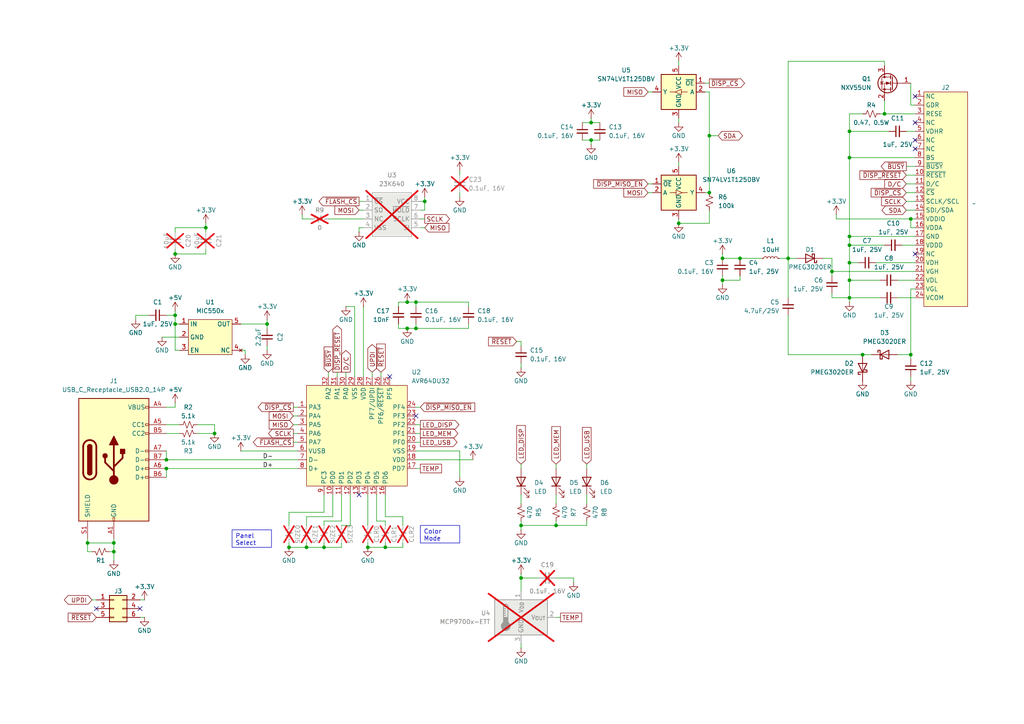
<source format=kicad_sch>
(kicad_sch (version 20231120) (generator "eeschema") (generator_version "8.0")
  (paper "A4")
  (junction (at 256.54 33.02))
  (junction (at 196.85 64.77))
  (junction (at 48.26 135.89))
  (junction (at 48.26 133.35))
  (junction (at 264.16 102.87))
  (junction (at 83.82 158.75))
  (junction (at 246.38 76.2))
  (junction (at 151.13 167.64))
  (junction (at 111.76 158.75))
  (junction (at 209.55 81.28))
  (junction (at 246.38 38.1))
  (junction (at 25.4 157.48))
  (junction (at 50.8 93.98))
  (junction (at 93.98 158.75))
  (junction (at 228.6 74.93))
  (junction (at 246.38 71.12))
  (junction (at 88.9 158.75))
  (junction (at 118.11 95.25))
  (junction (at 33.02 160.02))
  (junction (at 59.69 66.04))
  (junction (at 264.16 63.5))
  (junction (at 120.65 87.63))
  (junction (at 209.55 74.93))
  (junction (at 214.63 74.93))
  (junction (at 246.38 81.28))
  (junction (at 33.02 157.48))
  (junction (at 171.45 40.64))
  (junction (at 123.19 58.42))
  (junction (at 171.45 35.56))
  (junction (at 205.74 55.88))
  (junction (at 205.74 39.37))
  (junction (at 246.38 86.36))
  (junction (at 246.38 45.72))
  (junction (at 50.8 73.66))
  (junction (at 246.38 68.58))
  (junction (at 241.3 78.74))
  (junction (at 250.19 102.87))
  (junction (at 120.65 95.25))
  (junction (at 62.23 125.73))
  (junction (at 106.68 158.75))
  (junction (at 77.47 93.98))
  (junction (at 151.13 152.4))
  (junction (at 50.8 91.44))
  (junction (at 118.11 87.63))
  (junction (at 161.29 152.4))
  (no_connect (at 265.43 27.94))
  (no_connect (at 113.03 109.22))
  (no_connect (at 40.64 176.53))
  (no_connect (at 265.43 35.56))
  (no_connect (at 265.43 73.66))
  (no_connect (at 27.94 176.53))
  (no_connect (at 120.65 120.65))
  (no_connect (at 265.43 40.64))
  (no_connect (at 104.14 143.51))
  (no_connect (at 265.43 43.18))
  (wire (pts (xy 116.84 157.48) (xy 116.84 158.75)))
  (wire (pts (xy 48.26 135.89) (xy 48.26 138.43)))
  (wire (pts (xy 248.92 76.2) (xy 246.38 76.2)))
  (wire (pts (xy 100.33 88.9) (xy 102.87 88.9)))
  (wire (pts (xy 93.98 151.13) (xy 93.98 152.4)))
  (wire (pts (xy 205.74 39.37) (xy 205.74 55.88)))
  (wire (pts (xy 209.55 81.28) (xy 214.63 81.28)))
  (wire (pts (xy 196.85 46.99) (xy 196.85 48.26)))
  (wire (pts (xy 101.6 143.51) (xy 101.6 152.4)))
  (wire (pts (xy 120.65 130.81) (xy 133.35 130.81)))
  (wire (pts (xy 241.3 78.74) (xy 241.3 80.01)))
  (wire (pts (xy 99.06 143.51) (xy 99.06 151.13)))
  (wire (pts (xy 106.68 157.48) (xy 106.68 158.75)))
  (wire (pts (xy 228.6 17.78) (xy 228.6 74.93)))
  (wire (pts (xy 133.35 49.53) (xy 133.35 50.8)))
  (wire (pts (xy 59.69 64.77) (xy 59.69 66.04)))
  (wire (pts (xy 88.9 158.75) (xy 93.98 158.75)))
  (wire (pts (xy 246.38 38.1) (xy 257.81 38.1)))
  (wire (pts (xy 161.29 134.62) (xy 161.29 135.89)))
  (wire (pts (xy 46.99 97.79) (xy 52.07 97.79)))
  (wire (pts (xy 120.65 87.63) (xy 118.11 87.63)))
  (wire (pts (xy 25.4 157.48) (xy 33.02 157.48)))
  (wire (pts (xy 214.63 74.93) (xy 220.98 74.93)))
  (wire (pts (xy 25.4 156.21) (xy 25.4 157.48)))
  (wire (pts (xy 205.74 60.96) (xy 205.74 64.77)))
  (wire (pts (xy 48.26 130.81) (xy 48.26 133.35)))
  (wire (pts (xy 85.09 120.65) (xy 86.36 120.65)))
  (wire (pts (xy 77.47 100.33) (xy 77.47 101.6)))
  (wire (pts (xy 50.8 72.39) (xy 50.8 73.66)))
  (wire (pts (xy 246.38 71.12) (xy 246.38 76.2)))
  (wire (pts (xy 171.45 41.91) (xy 171.45 40.64)))
  (wire (pts (xy 104.14 67.31) (xy 104.14 66.04)))
  (wire (pts (xy 151.13 151.13) (xy 151.13 152.4)))
  (wire (pts (xy 111.76 158.75) (xy 116.84 158.75)))
  (wire (pts (xy 151.13 167.64) (xy 151.13 171.45)))
  (wire (pts (xy 121.92 60.96) (xy 123.19 60.96)))
  (wire (pts (xy 50.8 90.17) (xy 50.8 91.44)))
  (wire (pts (xy 151.13 187.96) (xy 151.13 186.69)))
  (wire (pts (xy 265.43 30.48) (xy 264.16 30.48)))
  (wire (pts (xy 31.75 160.02) (xy 33.02 160.02)))
  (wire (pts (xy 111.76 151.13) (xy 109.22 151.13)))
  (wire (pts (xy 187.96 53.34) (xy 189.23 53.34)))
  (wire (pts (xy 57.15 123.19) (xy 62.23 123.19)))
  (wire (pts (xy 115.57 87.63) (xy 118.11 87.63)))
  (wire (pts (xy 228.6 91.44) (xy 228.6 102.87)))
  (wire (pts (xy 104.14 58.42) (xy 105.41 58.42)))
  (wire (pts (xy 151.13 166.37) (xy 151.13 167.64)))
  (wire (pts (xy 256.54 33.02) (xy 265.43 33.02)))
  (wire (pts (xy 121.92 128.27) (xy 120.65 128.27)))
  (wire (pts (xy 120.65 133.35) (xy 137.16 133.35)))
  (wire (pts (xy 121.92 63.5) (xy 123.19 63.5)))
  (wire (pts (xy 97.79 107.95) (xy 97.79 109.22)))
  (wire (pts (xy 170.18 143.51) (xy 170.18 146.05)))
  (wire (pts (xy 93.98 143.51) (xy 93.98 148.59)))
  (wire (pts (xy 48.26 133.35) (xy 86.36 133.35)))
  (wire (pts (xy 77.47 95.25) (xy 77.47 93.98)))
  (wire (pts (xy 33.02 160.02) (xy 33.02 162.56)))
  (wire (pts (xy 241.3 78.74) (xy 241.3 74.93)))
  (wire (pts (xy 40.64 173.99) (xy 41.91 173.99)))
  (wire (pts (xy 246.38 45.72) (xy 246.38 68.58)))
  (wire (pts (xy 33.02 157.48) (xy 33.02 160.02)))
  (wire (pts (xy 262.89 58.42) (xy 265.43 58.42)))
  (wire (pts (xy 115.57 88.9) (xy 115.57 87.63)))
  (wire (pts (xy 187.96 26.67) (xy 189.23 26.67)))
  (wire (pts (xy 151.13 143.51) (xy 151.13 146.05)))
  (wire (pts (xy 264.16 63.5) (xy 265.43 63.5)))
  (wire (pts (xy 93.98 148.59) (xy 83.82 148.59)))
  (wire (pts (xy 168.91 35.56) (xy 171.45 35.56)))
  (wire (pts (xy 161.29 151.13) (xy 161.29 152.4)))
  (wire (pts (xy 85.09 128.27) (xy 86.36 128.27)))
  (wire (pts (xy 50.8 91.44) (xy 50.8 93.98)))
  (wire (pts (xy 246.38 87.63) (xy 246.38 86.36)))
  (wire (pts (xy 111.76 149.86) (xy 116.84 149.86)))
  (wire (pts (xy 241.3 85.09) (xy 241.3 86.36)))
  (wire (pts (xy 171.45 35.56) (xy 173.99 35.56)))
  (wire (pts (xy 241.3 86.36) (xy 246.38 86.36)))
  (wire (pts (xy 120.65 88.9) (xy 120.65 87.63)))
  (wire (pts (xy 85.09 123.19) (xy 86.36 123.19)))
  (wire (pts (xy 246.38 81.28) (xy 246.38 86.36)))
  (wire (pts (xy 265.43 83.82) (xy 264.16 83.82)))
  (wire (pts (xy 59.69 72.39) (xy 59.69 73.66)))
  (wire (pts (xy 264.16 102.87) (xy 264.16 104.14)))
  (wire (pts (xy 241.3 78.74) (xy 265.43 78.74)))
  (wire (pts (xy 262.89 60.96) (xy 265.43 60.96)))
  (wire (pts (xy 168.91 40.64) (xy 171.45 40.64)))
  (wire (pts (xy 93.98 157.48) (xy 93.98 158.75)))
  (wire (pts (xy 149.86 99.06) (xy 151.13 99.06)))
  (wire (pts (xy 121.92 123.19) (xy 120.65 123.19)))
  (wire (pts (xy 116.84 152.4) (xy 116.84 149.86)))
  (wire (pts (xy 88.9 157.48) (xy 88.9 158.75)))
  (wire (pts (xy 101.6 152.4) (xy 99.06 152.4)))
  (wire (pts (xy 48.26 123.19) (xy 52.07 123.19)))
  (wire (pts (xy 135.89 93.98) (xy 135.89 95.25)))
  (wire (pts (xy 115.57 93.98) (xy 115.57 95.25)))
  (wire (pts (xy 151.13 134.62) (xy 151.13 135.89)))
  (wire (pts (xy 260.35 86.36) (xy 265.43 86.36)))
  (wire (pts (xy 83.82 158.75) (xy 88.9 158.75)))
  (wire (pts (xy 69.85 101.6) (xy 71.12 101.6)))
  (wire (pts (xy 242.57 63.5) (xy 264.16 63.5)))
  (wire (pts (xy 255.27 33.02) (xy 256.54 33.02)))
  (wire (pts (xy 52.07 93.98) (xy 50.8 93.98)))
  (wire (pts (xy 170.18 151.13) (xy 170.18 152.4)))
  (wire (pts (xy 50.8 67.31) (xy 50.8 66.04)))
  (wire (pts (xy 228.6 102.87) (xy 250.19 102.87)))
  (wire (pts (xy 151.13 99.06) (xy 151.13 100.33)))
  (wire (pts (xy 104.14 66.04) (xy 105.41 66.04)))
  (wire (pts (xy 255.27 86.36) (xy 246.38 86.36)))
  (wire (pts (xy 205.74 26.67) (xy 205.74 39.37)))
  (wire (pts (xy 62.23 123.19) (xy 62.23 125.73)))
  (wire (pts (xy 107.95 107.95) (xy 107.95 109.22)))
  (wire (pts (xy 120.65 95.25) (xy 118.11 95.25)))
  (wire (pts (xy 26.67 160.02) (xy 25.4 160.02)))
  (wire (pts (xy 170.18 152.4) (xy 161.29 152.4)))
  (wire (pts (xy 50.8 66.04) (xy 59.69 66.04)))
  (wire (pts (xy 241.3 74.93) (xy 238.76 74.93)))
  (wire (pts (xy 262.89 48.26) (xy 265.43 48.26)))
  (wire (pts (xy 135.89 88.9) (xy 135.89 87.63)))
  (wire (pts (xy 265.43 66.04) (xy 264.16 66.04)))
  (wire (pts (xy 48.26 125.73) (xy 52.07 125.73)))
  (wire (pts (xy 204.47 26.67) (xy 205.74 26.67)))
  (wire (pts (xy 106.68 143.51) (xy 106.68 152.4)))
  (wire (pts (xy 105.41 88.9) (xy 105.41 109.22)))
  (wire (pts (xy 209.55 81.28) (xy 209.55 82.55)))
  (wire (pts (xy 110.49 107.95) (xy 110.49 109.22)))
  (wire (pts (xy 88.9 149.86) (xy 88.9 152.4)))
  (wire (pts (xy 228.6 74.93) (xy 228.6 86.36)))
  (wire (pts (xy 120.65 93.98) (xy 120.65 95.25)))
  (wire (pts (xy 104.14 60.96) (xy 105.41 60.96)))
  (wire (pts (xy 57.15 125.73) (xy 62.23 125.73)))
  (wire (pts (xy 204.47 24.13) (xy 205.74 24.13)))
  (wire (pts (xy 256.54 29.21) (xy 256.54 33.02)))
  (wire (pts (xy 100.33 107.95) (xy 100.33 109.22)))
  (wire (pts (xy 250.19 33.02) (xy 246.38 33.02)))
  (wire (pts (xy 111.76 158.75) (xy 106.68 158.75)))
  (wire (pts (xy 26.67 173.99) (xy 27.94 173.99)))
  (wire (pts (xy 40.64 179.07) (xy 41.91 179.07)))
  (wire (pts (xy 246.38 68.58) (xy 265.43 68.58)))
  (wire (pts (xy 260.35 81.28) (xy 265.43 81.28)))
  (wire (pts (xy 111.76 151.13) (xy 111.76 152.4)))
  (wire (pts (xy 121.92 118.11) (xy 120.65 118.11)))
  (wire (pts (xy 115.57 95.25) (xy 118.11 95.25)))
  (wire (pts (xy 226.06 74.93) (xy 228.6 74.93)))
  (wire (pts (xy 260.35 102.87) (xy 264.16 102.87)))
  (wire (pts (xy 50.8 118.11) (xy 48.26 118.11)))
  (wire (pts (xy 87.63 63.5) (xy 90.17 63.5)))
  (wire (pts (xy 59.69 66.04) (xy 59.69 67.31)))
  (wire (pts (xy 83.82 158.75) (xy 83.82 157.48)))
  (wire (pts (xy 161.29 143.51) (xy 161.29 146.05)))
  (wire (pts (xy 256.54 19.05) (xy 256.54 17.78)))
  (wire (pts (xy 246.38 38.1) (xy 246.38 45.72)))
  (wire (pts (xy 161.29 152.4) (xy 151.13 152.4)))
  (wire (pts (xy 96.52 149.86) (xy 88.9 149.86)))
  (wire (pts (xy 205.74 64.77) (xy 196.85 64.77)))
  (wire (pts (xy 170.18 134.62) (xy 170.18 135.89)))
  (wire (pts (xy 205.74 39.37) (xy 208.28 39.37)))
  (wire (pts (xy 151.13 152.4) (xy 151.13 153.67)))
  (wire (pts (xy 99.06 151.13) (xy 93.98 151.13)))
  (wire (pts (xy 161.29 167.64) (xy 166.37 167.64)))
  (wire (pts (xy 121.92 66.04) (xy 123.19 66.04)))
  (wire (pts (xy 59.69 73.66) (xy 50.8 73.66)))
  (wire (pts (xy 187.96 55.88) (xy 189.23 55.88)))
  (wire (pts (xy 204.47 55.88) (xy 205.74 55.88)))
  (wire (pts (xy 71.12 101.6) (xy 71.12 102.87)))
  (wire (pts (xy 77.47 92.71) (xy 77.47 93.98)))
  (wire (pts (xy 254 76.2) (xy 265.43 76.2)))
  (wire (pts (xy 87.63 62.23) (xy 87.63 63.5)))
  (wire (pts (xy 262.89 55.88) (xy 265.43 55.88)))
  (wire (pts (xy 246.38 68.58) (xy 246.38 71.12)))
  (wire (pts (xy 196.85 17.78) (xy 196.85 19.05)))
  (wire (pts (xy 95.25 63.5) (xy 105.41 63.5)))
  (wire (pts (xy 161.29 179.07) (xy 162.56 179.07)))
  (wire (pts (xy 96.52 143.51) (xy 96.52 149.86)))
  (wire (pts (xy 262.89 53.34) (xy 265.43 53.34)))
  (wire (pts (xy 209.55 73.66) (xy 209.55 74.93)))
  (wire (pts (xy 120.65 87.63) (xy 135.89 87.63)))
  (wire (pts (xy 246.38 45.72) (xy 265.43 45.72)))
  (wire (pts (xy 246.38 81.28) (xy 255.27 81.28)))
  (wire (pts (xy 50.8 93.98) (xy 50.8 101.6)))
  (wire (pts (xy 228.6 74.93) (xy 231.14 74.93)))
  (wire (pts (xy 196.85 34.29) (xy 196.85 35.56)))
  (wire (pts (xy 50.8 116.84) (xy 50.8 118.11)))
  (wire (pts (xy 85.09 125.73) (xy 86.36 125.73)))
  (wire (pts (xy 246.38 33.02) (xy 246.38 38.1)))
  (wire (pts (xy 261.62 71.12) (xy 265.43 71.12)))
  (wire (pts (xy 214.63 80.01) (xy 214.63 81.28)))
  (wire (pts (xy 99.06 157.48) (xy 99.06 158.75)))
  (wire (pts (xy 25.4 157.48) (xy 25.4 160.02)))
  (wire (pts (xy 151.13 105.41) (xy 151.13 106.68)))
  (wire (pts (xy 171.45 34.29) (xy 171.45 35.56)))
  (wire (pts (xy 121.92 135.89) (xy 120.65 135.89)))
  (wire (pts (xy 264.16 30.48) (xy 264.16 24.13)))
  (wire (pts (xy 123.19 58.42) (xy 123.19 57.15)))
  (wire (pts (xy 52.07 101.6) (xy 50.8 101.6)))
  (wire (pts (xy 264.16 63.5) (xy 264.16 66.04)))
  (wire (pts (xy 242.57 62.23) (xy 242.57 63.5)))
  (wire (pts (xy 111.76 143.51) (xy 111.76 149.86)))
  (wire (pts (xy 33.02 156.21) (xy 33.02 157.48)))
  (wire (pts (xy 48.26 135.89) (xy 86.36 135.89)))
  (wire (pts (xy 39.37 92.71) (xy 39.37 91.44)))
  (wire (pts (xy 262.89 38.1) (xy 265.43 38.1)))
  (wire (pts (xy 109.22 143.51) (xy 109.22 151.13)))
  (wire (pts (xy 85.09 118.11) (xy 86.36 118.11)))
  (wire (pts (xy 133.35 130.81) (xy 133.35 138.43)))
  (wire (pts (xy 48.26 91.44) (xy 50.8 91.44)))
  (wire (pts (xy 93.98 158.75) (xy 99.06 158.75)))
  (wire (pts (xy 111.76 157.48) (xy 111.76 158.75)))
  (wire (pts (xy 256.54 17.78) (xy 228.6 17.78)))
  (wire (pts (xy 171.45 40.64) (xy 173.99 40.64)))
  (wire (pts (xy 209.55 74.93) (xy 214.63 74.93)))
  (wire (pts (xy 102.87 88.9) (xy 102.87 109.22)))
  (wire (pts (xy 151.13 167.64) (xy 156.21 167.64)))
  (wire (pts (xy 246.38 76.2) (xy 246.38 81.28)))
  (wire (pts (xy 250.19 102.87) (xy 252.73 102.87)))
  (wire (pts (xy 262.89 50.8) (xy 265.43 50.8)))
  (wire (pts (xy 69.85 93.98) (xy 77.47 93.98)))
  (wire (pts (xy 196.85 64.77) (xy 196.85 63.5)))
  (wire (pts (xy 135.89 95.25) (xy 120.65 95.25)))
  (wire (pts (xy 83.82 148.59) (xy 83.82 152.4)))
  (wire (pts (xy 39.37 91.44) (xy 43.18 91.44)))
  (wire (pts (xy 121.92 58.42) (xy 123.19 58.42)))
  (wire (pts (xy 133.35 57.15) (xy 133.35 55.88)))
  (wire (pts (xy 95.25 107.95) (xy 95.25 109.22)))
  (wire (pts (xy 264.16 110.49) (xy 264.16 109.22)))
  (wire (pts (xy 264.16 83.82) (xy 264.16 102.87)))
  (wire (pts (xy 69.85 130.81) (xy 86.36 130.81)))
  (wire (pts (xy 256.54 71.12) (xy 246.38 71.12)))
  (wire (pts (xy 209.55 80.01) (xy 209.55 81.28)))
  (wire (pts (xy 123.19 58.42) (xy 123.19 60.96)))
  (wire (pts (xy 121.92 125.73) (xy 120.65 125.73)))
  (wire (pts (xy 166.37 167.64) (xy 166.37 168.91)))
  (text_box "Panel Select" (at 67.31 153.67 0) (size 11.43 5.08) (effects (font (size 1.27 1.27)) (justify left top)))
  (text_box "Color Mode" (at 121.92 152.4 0) (size 11.43 5.08) (effects (font (size 1.27 1.27)) (justify left top)))
  (label "D-" (at 76.2 133.35 0))
  (label "D+" (at 76.2 135.89 0))
  (global_label "MISO" (shape input) (at 187.96 26.67 180) (property "Intersheetrefs" "${INTERSHEET_REFS}" (effects (hide yes))))
  (global_label "SCLK" (shape input) (at 262.89 58.42 180) (property "Intersheetrefs" "${INTERSHEET_REFS}" (effects (hide yes))))
  (global_label "~{RESET}" (shape input) (at 110.49 107.95 90) (property "Intersheetrefs" "${INTERSHEET_REFS}" (effects (hide yes))))
  (global_label "~{DISP_MISO_EN}" (shape input) (at 187.96 53.34 180) (property "Intersheetrefs" "${INTERSHEET_REFS}" (effects (hide yes))))
  (global_label "~{DISP_MISO_EN}" (shape input) (at 121.92 118.11 0) (property "Intersheetrefs" "${INTERSHEET_REFS}" (effects (hide yes))))
  (global_label "~{DISP_RESET}" (shape output) (at 97.79 107.95 90) (property "Intersheetrefs" "${INTERSHEET_REFS}" (effects (hide yes))))
  (global_label "UPDI" (shape bidirectional) (at 107.95 107.95 90) (property "Intersheetrefs" "${INTERSHEET_REFS}" (effects (hide yes))))
  (global_label "SCLK" (shape output) (at 123.19 63.5 0) (property "Intersheetrefs" "${INTERSHEET_REFS}" (effects (hide yes))))
  (global_label "TEMP" (shape passive) (at 162.56 179.07 0) (property "Intersheetrefs" "${INTERSHEET_REFS}" (effects (hide yes))))
  (global_label "~{DISP_CS}" (shape input) (at 262.89 55.88 180) (property "Intersheetrefs" "${INTERSHEET_REFS}" (effects (hide yes))))
  (global_label "SDA" (shape bidirectional) (at 208.28 39.37 0) (property "Intersheetrefs" "${INTERSHEET_REFS}" (effects (hide yes))))
  (global_label "SDA" (shape bidirectional) (at 262.89 60.96 180) (property "Intersheetrefs" "${INTERSHEET_REFS}" (effects (hide yes))))
  (global_label "D{slash}C" (shape output) (at 100.33 107.95 90) (property "Intersheetrefs" "${INTERSHEET_REFS}" (effects (hide yes))))
  (global_label "LED_DISP" (shape input) (at 151.13 134.62 90) (property "Intersheetrefs" "${INTERSHEET_REFS}" (effects (hide yes))))
  (global_label "TEMP" (shape passive) (at 121.92 135.89 0) (property "Intersheetrefs" "${INTERSHEET_REFS}" (effects (hide yes))))
  (global_label "~{BUSY}" (shape output) (at 262.89 48.26 180) (property "Intersheetrefs" "${INTERSHEET_REFS}" (effects (hide yes))))
  (global_label "~{BUSY}" (shape input) (at 95.25 107.95 90) (property "Intersheetrefs" "${INTERSHEET_REFS}" (effects (hide yes))))
  (global_label "~{RESET}" (shape input) (at 149.86 99.06 180) (property "Intersheetrefs" "${INTERSHEET_REFS}" (effects (hide yes))))
  (global_label "LED_MEM" (shape input) (at 161.29 134.62 90) (property "Intersheetrefs" "${INTERSHEET_REFS}" (effects (hide yes))))
  (global_label "~{FLASH_CS}" (shape output) (at 104.14 58.42 180) (property "Intersheetrefs" "${INTERSHEET_REFS}" (effects (hide yes))))
  (global_label "~{DISP_CS}" (shape output) (at 85.09 118.11 180) (property "Intersheetrefs" "${INTERSHEET_REFS}" (effects (hide yes))))
  (global_label "~{DISP_CS}" (shape output) (at 205.74 24.13 0) (property "Intersheetrefs" "${INTERSHEET_REFS}" (effects (hide yes))))
  (global_label "MISO" (shape input) (at 85.09 123.19 180) (property "Intersheetrefs" "${INTERSHEET_REFS}" (effects (hide yes))))
  (global_label "MOSI" (shape input) (at 187.96 55.88 180) (property "Intersheetrefs" "${INTERSHEET_REFS}" (effects (hide yes))))
  (global_label "~{DISP_RESET}" (shape input) (at 262.89 50.8 180) (property "Intersheetrefs" "${INTERSHEET_REFS}" (effects (hide yes))))
  (global_label "MOSI" (shape input) (at 104.14 60.96 180) (property "Intersheetrefs" "${INTERSHEET_REFS}" (effects (hide yes))))
  (global_label "UPDI" (shape bidirectional) (at 26.67 173.99 180) (property "Intersheetrefs" "${INTERSHEET_REFS}" (effects (hide yes))))
  (global_label "LED_DISP" (shape output) (at 121.92 123.19 0) (property "Intersheetrefs" "${INTERSHEET_REFS}" (effects (hide yes))))
  (global_label "LED_USB" (shape input) (at 170.18 134.62 90) (property "Intersheetrefs" "${INTERSHEET_REFS}" (effects (hide yes))))
  (global_label "~{RESET}" (shape input) (at 27.94 179.07 180) (property "Intersheetrefs" "${INTERSHEET_REFS}" (effects (hide yes))))
  (global_label "D{slash}C" (shape input) (at 262.89 53.34 180) (property "Intersheetrefs" "${INTERSHEET_REFS}" (effects (hide yes))))
  (global_label "~{FLASH_CS}" (shape output) (at 85.09 128.27 180) (property "Intersheetrefs" "${INTERSHEET_REFS}" (effects (hide yes))))
  (global_label "SCLK" (shape output) (at 85.09 125.73 180) (property "Intersheetrefs" "${INTERSHEET_REFS}" (effects (hide yes))))
  (global_label "LED_MEM" (shape output) (at 121.92 125.73 0) (property "Intersheetrefs" "${INTERSHEET_REFS}" (effects (hide yes))))
  (global_label "LED_USB" (shape output) (at 121.92 128.27 0) (property "Intersheetrefs" "${INTERSHEET_REFS}" (effects (hide yes))))
  (global_label "MISO" (shape input) (at 123.19 66.04 0) (property "Intersheetrefs" "${INTERSHEET_REFS}" (effects (hide yes))))
  (global_label "MOSI" (shape input) (at 85.09 120.65 180) (property "Intersheetrefs" "${INTERSHEET_REFS}" (effects (hide yes))))
  (symbol (lib_id "power:GND") (at 33.02 162.56 0) (unit 1)
    (property "Reference" "#PWR01" (effects (hide yes)))
    (property "Value" "GND" (at 33.02 166.37 0))
    (property "Description" "Power symbol creates a global label with name \"GND\" , ground" (effects (hide yes)))
  )
  (symbol (lib_id "Device:C_Small") (at 251.46 76.2 90) (unit 1)
    (property "Reference" "C7" (at 251.4663 69.85 90))
    (property "Value" "1uF, 25V" (at 251.4663 72.39 90))
    (property "Footprint" "Capacitor_SMD:C_0805_2012Metric_Pad1.18x1.45mm_HandSolder" (effects (hide yes)))
    (property "Description" "Unpolarized capacitor, small symbol" (effects (hide yes)))
  )
  (symbol (lib_id "Device:C_Small") (at 45.72 91.44 270) (unit 1)
    (property "Reference" "C1" (at 45.72 87.63 90))
    (property "Value" "1uF, 25V" (at 45.72 93.98 90))
    (property "Footprint" "Capacitor_SMD:C_0805_2012Metric_Pad1.18x1.45mm_HandSolder" (effects (hide yes)))
    (property "Description" "Unpolarized capacitor, small symbol" (effects (hide yes)))
  )
  (symbol (lib_id "power:GND") (at 246.38 87.63 0) (unit 1)
    (property "Reference" "#PWR018" (effects (hide yes)))
    (property "Value" "GND" (at 246.38 91.44 0))
    (property "Description" "Power symbol creates a global label with name \"GND\" , ground" (effects (hide yes)))
  )
  (symbol (lib_id "power:GND") (at 100.33 88.9 0) (unit 1)
    (property "Reference" "#PWR011" (effects (hide yes)))
    (property "Value" "GND" (at 100.33 92.71 0))
    (property "Description" "Power symbol creates a global label with name \"GND\" , ground" (effects (hide yes)))
  )
  (symbol (lib_id "power:+3.3V") (at 171.45 34.29 0) (unit 1)
    (property "Reference" "#PWR027" (effects (hide yes)))
    (property "Value" "+3.3V" (at 171.45 30.48 0))
    (property "Description" "Power symbol creates a global label with name \"+3.3V\"" (effects (hide yes)))
  )
  (symbol (lib_id "power:+3.3V") (at 196.85 17.78 0) (unit 1)
    (property "Reference" "#PWR024" (effects (hide yes)))
    (property "Value" "+3.3V" (at 196.85 13.97 0))
    (property "Description" "Power symbol creates a global label with name \"+3.3V\"" (effects (hide yes)))
  )
  (symbol (lib_id "Nametag Sch Library:MIC5501/4") (at 60.96 97.79 0) (unit 1)
    (property "Reference" "U1" (at 60.96 87.63 0))
    (property "Value" "MIC550x" (at 60.96 90.17 0))
    (property "Footprint" "StandardPackages_Custom:SOT23-5" (effects (hide yes)))
    (property "Datasheet" "https://ww1.microchip.com/downloads/en/DeviceDoc/MIC5501-02-03-04-300mA-Single-Output-LDO-in-Small-Packages-DS20006006B.pdf" (effects (hide yes)))
  )
  (symbol (lib_id "power:GND") (at 106.68 158.75 0) (unit 1)
    (property "Reference" "#PWR034" (effects (hide yes)))
    (property "Value" "GND" (at 106.68 162.56 0))
    (property "Description" "Power symbol creates a global label with name \"GND\" , ground" (effects (hide yes)))
  )
  (symbol (lib_id "power:+5V") (at 50.8 90.17 0) (unit 1)
    (property "Reference" "#PWR05" (effects (hide yes)))
    (property "Value" "+5V" (at 50.8 86.36 0))
    (property "Description" "Power symbol creates a global label with name \"+5V\"" (effects (hide yes)))
  )
  (symbol (lib_id "Device:R_Small_US") (at 93.98 154.94 0) (mirror x) (unit 1) (dnp yes)
    (property "Reference" "SIZE2" (at 96.52 154.94 90))
    (property "Value" "0" (effects (hide yes)))
    (property "Footprint" "Resistor_SMD:R_0603_1608Metric_Pad0.98x0.95mm_HandSolder" (effects (hide yes)))
    (property "Description" "Resistor, small US symbol" (effects (hide yes)))
  )
  (symbol (lib_id "Device:R_Small_US") (at 54.61 123.19 90) (unit 1)
    (property "Reference" "R2" (at 54.61 118.11 90))
    (property "Value" "5.1k" (at 54.61 120.65 90))
    (property "Footprint" "Resistor_SMD:R_0805_2012Metric_Pad1.20x1.40mm_HandSolder" (effects (hide yes)))
    (property "Description" "Resistor, small US symbol" (effects (hide yes)))
  )
  (symbol (lib_id "power:+5V") (at 50.8 116.84 0) (unit 1)
    (property "Reference" "#PWR02" (effects (hide yes)))
    (property "Value" "+5V" (at 50.8 113.03 0))
    (property "Description" "Power symbol creates a global label with name \"+5V\"" (effects (hide yes)))
  )
  (symbol (lib_id "power:+3.3V") (at 87.63 62.23 0) (unit 1)
    (property "Reference" "#PWR042" (effects (hide yes)))
    (property "Value" "+3.3V" (at 87.63 58.42 0))
    (property "Description" "Power symbol creates a global label with name \"+3.3V\"" (effects (hide yes)))
  )
  (symbol (lib_id "Device:R_Small_US") (at 29.21 160.02 90) (mirror x) (unit 1)
    (property "Reference" "R1" (at 29.21 162.56 90))
    (property "Value" "0" (effects (hide yes)))
    (property "Footprint" "Resistor_SMD:R_0805_2012Metric_Pad1.20x1.40mm_HandSolder" (effects (hide yes)))
    (property "Description" "Resistor, small US symbol" (effects (hide yes)))
  )
  (symbol (lib_id "power:+3.3V") (at 151.13 166.37 0) (unit 1)
    (property "Reference" "#PWR036" (effects (hide yes)))
    (property "Value" "+3.3V" (at 151.13 162.56 0))
    (property "Description" "Power symbol creates a global label with name \"+3.3V\"" (effects (hide yes)))
  )
  (symbol (lib_id "power:GND") (at 46.99 97.79 0) (unit 1)
    (property "Reference" "#PWR04" (effects (hide yes)))
    (property "Value" "GND" (at 46.99 101.6 0))
    (property "Description" "Power symbol creates a global label with name \"GND\" , ground" (effects (hide yes)))
  )
  (symbol (lib_id "power:+3.3V") (at 123.19 57.15 0) (unit 1)
    (property "Reference" "#PWR021" (effects (hide yes)))
    (property "Value" "+3.3V" (at 123.19 53.34 0))
    (property "Description" "Power symbol creates a global label with name \"+3.3V\"" (effects (hide yes)))
  )
  (symbol (lib_id "power:GND") (at 39.37 92.71 0) (unit 1)
    (property "Reference" "#PWR03" (effects (hide yes)))
    (property "Value" "GND" (at 39.37 96.52 0))
    (property "Description" "Power symbol creates a global label with name \"GND\" , ground" (effects (hide yes)))
  )
  (symbol (lib_id "Device:C_Small") (at 209.55 77.47 0) (mirror y) (unit 1)
    (property "Reference" "C3" (at 207.01 76.2062 0) (effects (justify left)))
    (property "Value" "0.1uF, 16V" (at 207.01 78.7462 0) (effects (justify left)))
    (property "Footprint" "Capacitor_SMD:C_0805_2012Metric_Pad1.18x1.45mm_HandSolder" (effects (hide yes)))
    (property "Description" "Unpolarized capacitor, small symbol" (effects (hide yes)))
  )
  (symbol (lib_id "Device:C_Small") (at 77.47 97.79 180) (unit 1)
    (property "Reference" "C2" (at 81.28 97.79 90))
    (property "Value" "2.2uF" (at 74.93 97.79 90))
    (property "Footprint" "Capacitor_SMD:C_0805_2012Metric_Pad1.18x1.45mm_HandSolder" (effects (hide yes)))
    (property "Description" "Unpolarized capacitor, small symbol" (effects (hide yes)))
  )
  (symbol (lib_id "power:GND") (at 196.85 64.77 0) (unit 1)
    (property "Reference" "#PWR026" (effects (hide yes)))
    (property "Value" "GND" (at 196.85 68.58 0))
    (property "Description" "Power symbol creates a global label with name \"GND\" , ground" (effects (hide yes)))
  )
  (symbol (lib_id "Device:C_Small") (at 158.75 167.64 90) (unit 1) (dnp yes)
    (property "Reference" "C19" (at 158.75 163.83 90))
    (property "Value" "0.1uF, 16V" (at 158.75 171.45 90))
    (property "Footprint" "Capacitor_SMD:C_0805_2012Metric_Pad1.18x1.45mm_HandSolder" (effects (hide yes)))
    (property "Description" "Unpolarized capacitor, small symbol" (effects (hide yes)))
  )
  (symbol (lib_id "Device:R_Small_US") (at 106.68 154.94 0) (mirror x) (unit 1) (dnp yes)
    (property "Reference" "CLR0" (at 109.22 154.94 90))
    (property "Value" "0" (effects (hide yes)))
    (property "Footprint" "Resistor_SMD:R_0603_1608Metric_Pad0.98x0.95mm_HandSolder" (effects (hide yes)))
    (property "Description" "Resistor, small US symbol" (effects (hide yes)))
  )
  (symbol (lib_id "power:+3.3V") (at 209.55 73.66 0) (unit 1)
    (property "Reference" "#PWR015" (effects (hide yes)))
    (property "Value" "+3.3V" (at 209.55 69.85 0))
    (property "Description" "Power symbol creates a global label with name \"+3.3V\"" (effects (hide yes)))
  )
  (symbol (lib_id "Device:R_Small_US") (at 88.9 154.94 0) (mirror x) (unit 1) (dnp yes)
    (property "Reference" "SIZE1" (at 91.44 154.94 90))
    (property "Value" "0" (effects (hide yes)))
    (property "Footprint" "Resistor_SMD:R_0603_1608Metric_Pad0.98x0.95mm_HandSolder" (effects (hide yes)))
    (property "Description" "Resistor, small US symbol" (effects (hide yes)))
  )
  (symbol (lib_id "Device:R_Small_US") (at 252.73 33.02 90) (unit 1)
    (property "Reference" "R4" (at 252.73 30.48 90))
    (property "Value" "0.47, 0.5W" (at 252.73 35.56 90))
    (property "Footprint" "Resistor_SMD:R_1206_3216Metric_Pad1.30x1.75mm_HandSolder" (effects (hide yes)))
    (property "Description" "Resistor, small US symbol" (effects (hide yes)))
  )
  (symbol (lib_id "power:GND") (at 83.82 158.75 0) (unit 1)
    (property "Reference" "#PWR035" (effects (hide yes)))
    (property "Value" "GND" (at 83.82 162.56 0))
    (property "Description" "Power symbol creates a global label with name \"GND\" , ground" (effects (hide yes)))
  )
  (symbol (lib_id "Device:C_Small") (at 228.6 88.9 180) (unit 1)
    (property "Reference" "C5" (at 226.06 87.63 0) (effects (justify left)))
    (property "Value" "4.7uF/25V" (at 226.06 90.17 0) (effects (justify left)))
    (property "Footprint" "Capacitor_SMD:C_0805_2012Metric_Pad1.18x1.45mm_HandSolder" (effects (hide yes)))
    (property "Description" "Unpolarized capacitor, small symbol" (effects (hide yes)))
  )
  (symbol (lib_id "power:+3.3V") (at 69.85 130.81 0) (unit 1)
    (property "Reference" "#PWR07" (effects (hide yes)))
    (property "Value" "+3.3V" (at 69.85 127 0))
    (property "Description" "Power symbol creates a global label with name \"+3.3V\"" (effects (hide yes)))
  )
  (symbol (lib_id "Device:C_Small") (at 133.35 53.34 0) (unit 1) (dnp yes)
    (property "Reference" "C23" (at 135.89 52.0762 0) (effects (justify left)))
    (property "Value" "0.1uF, 16V" (at 135.89 54.6162 0) (effects (justify left)))
    (property "Footprint" "Capacitor_SMD:C_0805_2012Metric_Pad1.18x1.45mm_HandSolder" (effects (hide yes)))
    (property "Description" "Unpolarized capacitor, small symbol" (effects (hide yes)))
  )
  (symbol (lib_id "Device:D_Schottky") (at 256.54 102.87 0) (unit 1)
    (property "Reference" "D3" (at 256.54 96.52 0))
    (property "Value" "PMEG3020ER" (at 256.54 99.06 0))
    (property "Footprint" "StandardPackages_Custom:SOD-123W" (effects (hide yes)))
    (property "Description" "Schottky diode" (effects (hide yes)))
  )
  (symbol (lib_id "Logic_LevelTranslator:SN74LV1T125DBV") (at 196.85 26.67 0) (mirror y) (unit 1)
    (property "Reference" "U5" (at 181.61 20.3514 0))
    (property "Value" "SN74LV1T125DBV" (at 181.61 22.8914 0))
    (property "Footprint" "StandardPackages_Custom:SOT23-5" (effects (hide yes)))
    (property "Datasheet" "https://www.ti.com/lit/ds/symlink/sn74lv1t125.pdf" (effects (hide yes)))
    (property "Description" "Single Power Supply, Single Buffer Gate with 3-State Output, CMOS Logic Level Shifter Level Shifter, SOT-23-5" (effects (hide yes)))
  )
  (symbol (lib_id "power:+3.3V") (at 133.35 49.53 0) (unit 1)
    (property "Reference" "#PWR043" (effects (hide yes)))
    (property "Value" "+3.3V" (at 133.35 45.72 0))
    (property "Description" "Power symbol creates a global label with name \"+3.3V\"" (effects (hide yes)))
  )
  (symbol (lib_id "Device:C_Small") (at 257.81 81.28 90) (unit 1)
    (property "Reference" "C8" (at 257.8163 74.93 90))
    (property "Value" "1uF, 25V" (at 257.8163 77.47 90))
    (property "Footprint" "Capacitor_SMD:C_0805_2012Metric_Pad1.18x1.45mm_HandSolder" (effects (hide yes)))
    (property "Description" "Unpolarized capacitor, small symbol" (effects (hide yes)))
  )
  (symbol (lib_id "Device:L_Small") (at 223.52 74.93 90) (unit 1)
    (property "Reference" "L1" (at 223.52 69.85 90))
    (property "Value" "10uH" (at 223.52 72.39 90))
    (property "Footprint" "Inductor_SMD:L_1008_2520Metric_Pad1.43x2.20mm_HandSolder" (effects (hide yes)))
    (property "Datasheet" "https://www.digikey.com/en/products/detail/murata-electronics/1239AS-H-100M-P2/5247174" (effects (hide yes)))
    (property "Description" "1239AS-H-100M=P2 " (effects (hide yes)))
  )
  (symbol (lib_id "Device:C_Small") (at 135.89 91.44 0) (unit 1)
    (property "Reference" "C18" (at 138.43 90.1762 0) (effects (justify left)))
    (property "Value" "0.1uF, 16V" (at 138.43 92.7162 0) (effects (justify left)))
    (property "Footprint" "Capacitor_SMD:C_0805_2012Metric_Pad1.18x1.45mm_HandSolder" (effects (hide yes)))
    (property "Description" "Unpolarized capacitor, small symbol" (effects (hide yes)))
  )
  (symbol (lib_id "Logic_LevelTranslator:SN74LV1T125DBV") (at 196.85 55.88 0) (unit 1)
    (property "Reference" "U6" (at 212.09 49.5614 0))
    (property "Value" "SN74LV1T125DBV" (at 212.09 52.1014 0))
    (property "Footprint" "StandardPackages_Custom:SOT23-5" (effects (hide yes)))
    (property "Datasheet" "https://www.ti.com/lit/ds/symlink/sn74lv1t125.pdf" (effects (hide yes)))
    (property "Description" "Single Power Supply, Single Buffer Gate with 3-State Output, CMOS Logic Level Shifter Level Shifter, SOT-23-5" (effects (hide yes)))
  )
  (symbol (lib_id "Connector:USB_C_Receptacle_USB2.0_14P") (at 33.02 133.35 0) (unit 1)
    (property "Reference" "J1" (at 33.02 110.49 0))
    (property "Value" "USB_C_Receptacle_USB2.0_14P" (at 33.02 113.03 0))
    (property "Footprint" "nametag:12402012E212A" (effects (hide yes)))
    (property "Datasheet" "https://www.usb.org/sites/default/files/documents/usb_type-c.zip" (effects (hide yes)))
    (property "Description" "USB 2.0-only 14P Type-C Receptacle connector" (effects (hide yes)))
  )
  (symbol (lib_id "power:GND") (at 151.13 187.96 0) (unit 1)
    (property "Reference" "#PWR037" (effects (hide yes)))
    (property "Value" "GND" (at 151.13 191.77 0))
    (property "Description" "Power symbol creates a global label with name \"GND\" , ground" (effects (hide yes)))
  )
  (symbol (lib_id "power:+3.3V") (at 196.85 46.99 0) (unit 1)
    (property "Reference" "#PWR025" (effects (hide yes)))
    (property "Value" "+3.3V" (at 196.85 43.18 0))
    (property "Description" "Power symbol creates a global label with name \"+3.3V\"" (effects (hide yes)))
  )
  (symbol (lib_id "Device:C_Small") (at 50.8 69.85 180) (unit 1) (dnp yes)
    (property "Reference" "C20" (at 54.61 69.85 90))
    (property "Value" "10uF" (at 48.26 69.85 90))
    (property "Footprint" "Capacitor_SMD:C_1206_3216Metric_Pad1.33x1.80mm_HandSolder" (effects (hide yes)))
    (property "Description" "Unpolarized capacitor, small symbol" (effects (hide yes)))
  )
  (symbol (lib_id "Device:R_Small_US") (at 111.76 154.94 0) (mirror x) (unit 1) (dnp yes)
    (property "Reference" "CLR1" (at 114.3 154.94 90))
    (property "Value" "0" (effects (hide yes)))
    (property "Footprint" "Resistor_SMD:R_0603_1608Metric_Pad0.98x0.95mm_HandSolder" (effects (hide yes)))
    (property "Description" "Resistor, small US symbol" (effects (hide yes)))
  )
  (symbol (lib_id "Device:Q_NMOS_GSD") (at 259.08 24.13 0) (mirror y) (unit 1)
    (property "Reference" "Q1" (at 252.73 22.8599 0) (effects (justify left)))
    (property "Value" "NXV55UN" (at 252.73 25.3999 0) (effects (justify left)))
    (property "Footprint" "StandardPackages_Custom:SOT23-3" (effects (hide yes)))
    (property "Datasheet" "https://assets.nexperia.com/documents/data-sheet/NXV55UN.pdf" (effects (hide yes)))
    (property "Description" "N-MOSFET transistor, gate/source/drain" (effects (hide yes)))
  )
  (symbol (lib_id "Device:C_Small") (at 115.57 91.44 0) (mirror y) (unit 1)
    (property "Reference" "C17" (at 113.03 90.1762 0) (effects (justify left)))
    (property "Value" "10nF" (at 113.03 92.7162 0) (effects (justify left)))
    (property "Footprint" "Capacitor_SMD:C_0805_2012Metric_Pad1.18x1.45mm_HandSolder" (effects (hide yes)))
    (property "Description" "Unpolarized capacitor, small symbol" (effects (hide yes)))
  )
  (symbol (lib_id "Nametag Sch Library:23K640") (at 113.03 62.23 0) (unit 1) (dnp yes)
    (property "Reference" "U3" (at 113.665 50.8 0))
    (property "Value" "23K640" (at 113.665 53.34 0))
    (property "Footprint" "Microchip:TSSOP-8 (ST)" (effects (hide yes)))
    (property "Datasheet" "https://ww1.microchip.com/downloads/aemDocuments/documents/MPD/ProductDocuments/DataSheets/23A640-23K640-64-Kbit-SPI-Bus-Low-Power-Serial-SRAM-DS20002126.pdf" (effects (hide yes)))
  )
  (symbol (lib_id "power:GND") (at 166.37 168.91 0) (unit 1)
    (property "Reference" "#PWR038" (effects (hide yes)))
    (property "Value" "GND" (at 166.37 172.72 0))
    (property "Description" "Power symbol creates a global label with name \"GND\" , ground" (effects (hide yes)))
  )
  (symbol (lib_id "power:+3.3V") (at 118.11 87.63 0) (unit 1)
    (property "Reference" "#PWR032" (effects (hide yes)))
    (property "Value" "+3.3V" (at 118.11 83.82 0))
    (property "Description" "Power symbol creates a global label with name \"+3.3V\"" (effects (hide yes)))
  )
  (symbol (lib_id "power:GND") (at 62.23 125.73 0) (unit 1)
    (property "Reference" "#PWR06" (effects (hide yes)))
    (property "Value" "GND" (at 62.23 129.54 0))
    (property "Description" "Power symbol creates a global label with name \"GND\" , ground" (effects (hide yes)))
  )
  (symbol (lib_id "Device:C_Small") (at 168.91 38.1 0) (mirror y) (unit 1)
    (property "Reference" "C14" (at 166.37 36.8362 0) (effects (justify left)))
    (property "Value" "0.1uF, 16V" (at 166.37 39.3762 0) (effects (justify left)))
    (property "Footprint" "Capacitor_SMD:C_0805_2012Metric_Pad1.18x1.45mm_HandSolder" (effects (hide yes)))
    (property "Description" "Unpolarized capacitor, small symbol" (effects (hide yes)))
  )
  (symbol (lib_id "power:+3.3V") (at 242.57 62.23 0) (unit 1)
    (property "Reference" "#PWR017" (effects (hide yes)))
    (property "Value" "+3.3V" (at 242.57 58.42 0))
    (property "Description" "Power symbol creates a global label with name \"+3.3V\"" (effects (hide yes)))
  )
  (symbol (lib_id "Device:D_Schottky") (at 250.19 106.68 90) (unit 1)
    (property "Reference" "D2" (at 247.65 105.41 90) (effects (justify left)))
    (property "Value" "PMEG3020ER" (at 247.65 107.95 90) (effects (justify left)))
    (property "Footprint" "StandardPackages_Custom:SOD-123W" (effects (hide yes)))
    (property "Description" "Schottky diode" (effects (hide yes)))
  )
  (symbol (lib_id "Device:LED") (at 161.29 139.7 90) (unit 1)
    (property "Reference" "D5" (at 165.1 140.0174 90) (effects (justify right)))
    (property "Value" "LED" (at 165.1 142.5574 90) (effects (justify right)))
    (property "Footprint" "StandardPackages_Custom:LED 0805" (effects (hide yes)))
    (property "Description" "Light emitting diode" (effects (hide yes)))
  )
  (symbol (lib_id "power:GND") (at 171.45 41.91 0) (unit 1)
    (property "Reference" "#PWR028" (effects (hide yes)))
    (property "Value" "GND" (at 171.45 45.72 0))
    (property "Description" "Power symbol creates a global label with name \"GND\" , ground" (effects (hide yes)))
  )
  (symbol (lib_id "Device:D_Schottky") (at 234.95 74.93 180) (unit 1)
    (property "Reference" "D1" (at 234.95 72.39 0))
    (property "Value" "PMEG3020ER" (at 234.95 77.47 0))
    (property "Footprint" "StandardPackages_Custom:SOD-123W" (effects (hide yes)))
    (property "Description" "Schottky diode" (effects (hide yes)))
  )
  (symbol (lib_id "power:GND") (at 151.13 106.68 0) (unit 1)
    (property "Reference" "#PWR029" (effects (hide yes)))
    (property "Value" "GND" (at 151.13 110.49 0))
    (property "Description" "Power symbol creates a global label with name \"GND\" , ground" (effects (hide yes)))
  )
  (symbol (lib_id "Device:R_Small_US") (at 205.74 58.42 0) (unit 1)
    (property "Reference" "R6" (at 208.28 57.1499 0) (effects (justify left)))
    (property "Value" "100k" (at 208.28 59.6899 0) (effects (justify left)))
    (property "Footprint" "Resistor_SMD:R_0805_2012Metric_Pad1.20x1.40mm_HandSolder" (effects (hide yes)))
    (property "Description" "Resistor, small US symbol" (effects (hide yes)))
  )
  (symbol (lib_id "power:+3.3V") (at 59.69 64.77 0) (unit 1)
    (property "Reference" "#PWR040" (effects (hide yes)))
    (property "Value" "+3.3V" (at 59.69 60.96 0))
    (property "Description" "Power symbol creates a global label with name \"+3.3V\"" (effects (hide yes)))
  )
  (symbol (lib_id "power:GND") (at 133.35 138.43 0) (unit 1)
    (property "Reference" "#PWR013" (effects (hide yes)))
    (property "Value" "GND" (at 133.35 142.24 0))
    (property "Description" "Power symbol creates a global label with name \"GND\" , ground" (effects (hide yes)))
  )
  (symbol (lib_id "Device:C_Small") (at 120.65 91.44 0) (unit 1)
    (property "Reference" "C16" (at 123.19 90.1762 0) (effects (justify left)))
    (property "Value" "0.1uF, 16V" (at 123.19 92.7162 0) (effects (justify left)))
    (property "Footprint" "Capacitor_SMD:C_0805_2012Metric_Pad1.18x1.45mm_HandSolder" (effects (hide yes)))
    (property "Description" "Unpolarized capacitor, small symbol" (effects (hide yes)))
  )
  (symbol (lib_id "Device:R_Small_US") (at 151.13 148.59 0) (mirror x) (unit 1)
    (property "Reference" "R5" (at 156.21 148.59 90))
    (property "Value" "470" (at 153.67 148.59 90))
    (property "Footprint" "Resistor_SMD:R_0805_2012Metric_Pad1.20x1.40mm_HandSolder" (effects (hide yes)))
    (property "Description" "Resistor, small US symbol" (effects (hide yes)))
  )
  (symbol (lib_id "Device:C_Small") (at 259.08 71.12 90) (unit 1)
    (property "Reference" "C10" (at 259.0863 64.77 90))
    (property "Value" "1uF, 25V" (at 259.0863 67.31 90))
    (property "Footprint" "Capacitor_SMD:C_0805_2012Metric_Pad1.18x1.45mm_HandSolder" (effects (hide yes)))
    (property "Description" "Unpolarized capacitor, small symbol" (effects (hide yes)))
  )
  (symbol (lib_id "power:GND") (at 196.85 35.56 0) (unit 1)
    (property "Reference" "#PWR023" (effects (hide yes)))
    (property "Value" "GND" (at 196.85 39.37 0))
    (property "Description" "Power symbol creates a global label with name \"GND\" , ground" (effects (hide yes)))
  )
  (symbol (lib_id "power:GND") (at 104.14 67.31 0) (unit 1)
    (property "Reference" "#PWR022" (effects (hide yes)))
    (property "Value" "GND" (at 104.14 71.12 0))
    (property "Description" "Power symbol creates a global label with name \"GND\" , ground" (effects (hide yes)))
  )
  (symbol (lib_id "Device:C_Small") (at 214.63 77.47 0) (unit 1)
    (property "Reference" "C4" (at 217.17 76.2062 0) (effects (justify left)))
    (property "Value" "1uF, 25V" (at 217.17 78.7462 0) (effects (justify left)))
    (property "Footprint" "Capacitor_SMD:C_0805_2012Metric_Pad1.18x1.45mm_HandSolder" (effects (hide yes)))
    (property "Description" "Unpolarized capacitor, small symbol" (effects (hide yes)))
  )
  (symbol (lib_id "power:GND") (at 133.35 57.15 0) (unit 1)
    (property "Reference" "#PWR044" (effects (hide yes)))
    (property "Value" "GND" (at 133.35 60.96 0))
    (property "Description" "Power symbol creates a global label with name \"GND\" , ground" (effects (hide yes)))
  )
  (symbol (lib_id "power:GND") (at 50.8 73.66 0) (unit 1)
    (property "Reference" "#PWR041" (effects (hide yes)))
    (property "Value" "GND" (at 50.8 77.47 0))
    (property "Description" "Power symbol creates a global label with name \"GND\" , ground" (effects (hide yes)))
  )
  (symbol (lib_id "Device:C_Small") (at 59.69 69.85 180) (unit 1) (dnp yes)
    (property "Reference" "C21" (at 63.5 69.85 90))
    (property "Value" "10uF" (at 57.15 69.85 90))
    (property "Footprint" "Capacitor_SMD:C_1206_3216Metric_Pad1.33x1.80mm_HandSolder" (effects (hide yes)))
    (property "Description" "Unpolarized capacitor, small symbol" (effects (hide yes)))
  )
  (symbol (lib_id "Device:R_Small_US") (at 116.84 154.94 0) (mirror x) (unit 1) (dnp yes)
    (property "Reference" "CLR2" (at 119.38 154.94 90))
    (property "Value" "0" (effects (hide yes)))
    (property "Footprint" "Resistor_SMD:R_0603_1608Metric_Pad0.98x0.95mm_HandSolder" (effects (hide yes)))
    (property "Description" "Resistor, small US symbol" (effects (hide yes)))
  )
  (symbol (lib_id "power:GND") (at 151.13 153.67 0) (unit 1)
    (property "Reference" "#PWR039" (effects (hide yes)))
    (property "Value" "GND" (at 151.13 157.48 0))
    (property "Description" "Power symbol creates a global label with name \"GND\" , ground" (effects (hide yes)))
  )
  (symbol (lib_id "Connector_Generic:Conn_02x03_Odd_Even") (at 33.02 176.53 0) (unit 1) (in_bom no)
    (property "Reference" "J3" (at 34.29 171.45 0))
    (property "Value" "Conn_02x03_Odd_Even" (effects (hide yes)))
    (property "Footprint" "StandardPackages_Custom:TC2030-IDC-FP" (effects (hide yes)))
    (property "Description" "Generic connector, double row, 02x03, odd/even pin numbering scheme (row 1 odd numbers, row 2 even numbers), script generated (kicad-library-utils/schlib/autogen/connector/)" (effects (hide yes)))
  )
  (symbol (lib_id "power:GND") (at 71.12 102.87 0) (unit 1)
    (property "Reference" "#PWR08" (effects (hide yes)))
    (property "Value" "GND" (at 71.12 106.68 0))
    (property "Description" "Power symbol creates a global label with name \"GND\" , ground" (effects (hide yes)))
  )
  (symbol (lib_id "Device:R_Small_US") (at 54.61 125.73 90) (mirror x) (unit 1)
    (property "Reference" "R3" (at 54.61 130.81 90))
    (property "Value" "5.1k" (at 54.61 128.27 90))
    (property "Footprint" "Resistor_SMD:R_0805_2012Metric_Pad1.20x1.40mm_HandSolder" (effects (hide yes)))
    (property "Description" "Resistor, small US symbol" (effects (hide yes)))
  )
  (symbol (lib_id "Device:R_Small_US") (at 170.18 148.59 0) (mirror x) (unit 1)
    (property "Reference" "R8" (at 175.26 148.59 90))
    (property "Value" "470" (at 172.72 148.59 90))
    (property "Footprint" "Resistor_SMD:R_0805_2012Metric_Pad1.20x1.40mm_HandSolder" (effects (hide yes)))
    (property "Description" "Resistor, small US symbol" (effects (hide yes)))
  )
  (symbol (lib_id "Nametag Sch Library:EPAPER_24") (at 274.32 57.15 0) (unit 1)
    (property "Reference" "J2" (at 273.05 25.4 0) (effects (justify left)))
    (property "Value" "~" (at 281.94 59.055 0) (effects (justify left)))
    (property "Footprint" "nametag:FH34SRJ-24S-0.5SH" (effects (hide yes)))
    (property "Datasheet" "https://www.pervasivedisplays.com/products/" (effects (hide yes)))
  )
  (symbol (lib_id "power:GND") (at 250.19 110.49 0) (unit 1)
    (property "Reference" "#PWR019" (effects (hide yes)))
    (property "Value" "GND" (at 250.19 114.3 0))
    (property "Description" "Power symbol creates a global label with name \"GND\" , ground" (effects (hide yes)))
  )
  (symbol (lib_id "power:+3.3V") (at 41.91 173.99 0) (unit 1)
    (property "Reference" "#PWR031" (effects (hide yes)))
    (property "Value" "+3.3V" (at 41.91 170.18 0))
    (property "Description" "Power symbol creates a global label with name \"+3.3V\"" (effects (hide yes)))
  )
  (symbol (lib_id "Device:C_Small") (at 264.16 106.68 0) (mirror x) (unit 1)
    (property "Reference" "C12" (at 266.7 105.41 0) (effects (justify left)))
    (property "Value" "1uF, 25V" (at 266.7 107.95 0) (effects (justify left)))
    (property "Footprint" "Capacitor_SMD:C_0805_2012Metric_Pad1.18x1.45mm_HandSolder" (effects (hide yes)))
    (property "Description" "Unpolarized capacitor, small symbol" (effects (hide yes)))
  )
  (symbol (lib_name "AVR64DU32_1") (lib_id "Nametag Sch Library:AVR64DU32") (at 104.14 127 0) (unit 1)
    (property "Reference" "U2" (at 119.38 107.95 0) (effects (justify left)))
    (property "Value" "AVR64DU32" (at 119.38 110.49 0) (effects (justify left)))
    (property "Footprint" "Microchip:7x7 TQFP-32 (PT)" (effects (hide yes)))
    (property "Datasheet" "https://www.microchip.com/en-us/product/AVR64DU32" (effects (hide yes)))
  )
  (symbol (lib_id "Device:C_Small") (at 173.99 38.1 0) (unit 1)
    (property "Reference" "C13" (at 176.53 36.8362 0) (effects (justify left)))
    (property "Value" "0.1uF, 16V" (at 176.53 39.3762 0) (effects (justify left)))
    (property "Footprint" "Capacitor_SMD:C_0805_2012Metric_Pad1.18x1.45mm_HandSolder" (effects (hide yes)))
    (property "Description" "Unpolarized capacitor, small symbol" (effects (hide yes)))
  )
  (symbol (lib_id "Device:R_Small_US") (at 92.71 63.5 90) (unit 1) (dnp yes)
    (property "Reference" "R9" (at 92.71 60.96 90))
    (property "Value" "0" (at 92.71 66.04 90))
    (property "Footprint" "Resistor_SMD:R_0603_1608Metric_Pad0.98x0.95mm_HandSolder" (effects (hide yes)))
    (property "Description" "Resistor, small US symbol" (effects (hide yes)))
  )
  (symbol (lib_id "power:GND") (at 77.47 101.6 0) (unit 1)
    (property "Reference" "#PWR010" (effects (hide yes)))
    (property "Value" "GND" (at 77.47 105.41 0))
    (property "Description" "Power symbol creates a global label with name \"GND\" , ground" (effects (hide yes)))
  )
  (symbol (lib_id "Device:LED") (at 151.13 139.7 90) (unit 1)
    (property "Reference" "D4" (at 154.94 140.0174 90) (effects (justify right)))
    (property "Value" "LED" (at 154.94 142.5574 90) (effects (justify right)))
    (property "Footprint" "StandardPackages_Custom:LED 0805" (effects (hide yes)))
    (property "Description" "Light emitting diode" (effects (hide yes)))
  )
  (symbol (lib_id "power:+3.3V") (at 105.41 88.9 0) (unit 1)
    (property "Reference" "#PWR012" (effects (hide yes)))
    (property "Value" "+3.3V" (at 105.41 85.09 0))
    (property "Description" "Power symbol creates a global label with name \"+3.3V\"" (effects (hide yes)))
  )
  (symbol (lib_id "Device:C_Small") (at 257.81 86.36 90) (mirror x) (unit 1)
    (property "Reference" "C9" (at 257.81 88.9 90))
    (property "Value" "1uF, 25V" (at 257.81 91.44 90))
    (property "Footprint" "Capacitor_SMD:C_0805_2012Metric_Pad1.18x1.45mm_HandSolder" (effects (hide yes)))
    (property "Description" "Unpolarized capacitor, small symbol" (effects (hide yes)))
  )
  (symbol (lib_id "power:GND") (at 41.91 179.07 0) (unit 1)
    (property "Reference" "#PWR030" (effects (hide yes)))
    (property "Value" "GND" (at 41.91 182.88 0))
    (property "Description" "Power symbol creates a global label with name \"GND\" , ground" (effects (hide yes)))
  )
  (symbol (lib_id "Sensor_Temperature:MCP9700x-ETT") (at 151.13 179.07 0) (unit 1) (dnp yes)
    (property "Reference" "U4" (at 142.24 177.7999 0) (effects (justify right)))
    (property "Value" "MCP9700x-ETT" (at 142.24 180.3399 0) (effects (justify right)))
    (property "Footprint" "StandardPackages_Custom:SOT23-3" (effects (hide yes)))
    (property "Datasheet" "http://ww1.microchip.com/downloads/en/devicedoc/20001942g.pdf" (effects (hide yes)))
    (property "Description" "Low power, analog thermistor temperature sensor, ±4C accuracy, -40C to +125C, in SOT-23-3" (effects (hide yes)))
  )
  (symbol (lib_id "power:GND") (at 118.11 95.25 0) (unit 1)
    (property "Reference" "#PWR033" (effects (hide yes)))
    (property "Value" "GND" (at 118.11 99.06 0))
    (property "Description" "Power symbol creates a global label with name \"GND\" , ground" (effects (hide yes)))
  )
  (symbol (lib_id "Device:R_Small_US") (at 99.06 154.94 0) (mirror x) (unit 1) (dnp yes)
    (property "Reference" "SIZE3" (at 101.6 154.94 90))
    (property "Value" "0" (effects (hide yes)))
    (property "Footprint" "Resistor_SMD:R_0603_1608Metric_Pad0.98x0.95mm_HandSolder" (effects (hide yes)))
    (property "Description" "Resistor, small US symbol" (effects (hide yes)))
  )
  (symbol (lib_id "power:GND") (at 264.16 110.49 0) (unit 1)
    (property "Reference" "#PWR020" (effects (hide yes)))
    (property "Value" "GND" (at 264.16 114.3 0))
    (property "Description" "Power symbol creates a global label with name \"GND\" , ground" (effects (hide yes)))
  )
  (symbol (lib_id "Device:LED") (at 170.18 139.7 90) (unit 1)
    (property "Reference" "D6" (at 173.99 140.0174 90) (effects (justify right)))
    (property "Value" "LED" (at 173.99 142.5574 90) (effects (justify right)))
    (property "Footprint" "StandardPackages_Custom:LED 0805" (effects (hide yes)))
    (property "Description" "Light emitting diode" (effects (hide yes)))
  )
  (symbol (lib_id "power:+3.3V") (at 137.16 133.35 0) (unit 1)
    (property "Reference" "#PWR014" (effects (hide yes)))
    (property "Value" "+3.3V" (at 137.16 129.54 0))
    (property "Description" "Power symbol creates a global label with name \"+3.3V\"" (effects (hide yes)))
  )
  (symbol (lib_id "power:GND") (at 209.55 82.55 0) (unit 1)
    (property "Reference" "#PWR016" (effects (hide yes)))
    (property "Value" "GND" (at 209.55 86.36 0))
    (property "Description" "Power symbol creates a global label with name \"GND\" , ground" (effects (hide yes)))
  )
  (symbol (lib_id "Device:C_Small") (at 151.13 102.87 0) (unit 1)
    (property "Reference" "C15" (at 153.67 101.6062 0) (effects (justify left)))
    (property "Value" "0.1uF, 16V" (at 153.67 104.1462 0) (effects (justify left)))
    (property "Footprint" "Capacitor_SMD:C_0805_2012Metric_Pad1.18x1.45mm_HandSolder" (effects (hide yes)))
    (property "Description" "Unpolarized capacitor, small symbol" (effects (hide yes)))
  )
  (symbol (lib_id "Device:R_Small_US") (at 83.82 154.94 0) (mirror x) (unit 1) (dnp yes)
    (property "Reference" "SIZE0" (at 86.36 154.94 90))
    (property "Value" "0" (effects (hide yes)))
    (property "Footprint" "Resistor_SMD:R_0603_1608Metric_Pad0.98x0.95mm_HandSolder" (effects (hide yes)))
    (property "Description" "Resistor, small US symbol" (effects (hide yes)))
  )
  (symbol (lib_id "power:+3.3V") (at 77.47 92.71 0) (unit 1)
    (property "Reference" "#PWR09" (effects (hide yes)))
    (property "Value" "+3.3V" (at 77.47 88.9 0))
    (property "Description" "Power symbol creates a global label with name \"+3.3V\"" (effects (hide yes)))
  )
  (symbol (lib_id "Device:C_Small") (at 260.35 38.1 90) (unit 1)
    (property "Reference" "C11" (at 260.35 34.29 90))
    (property "Value" "1uF, 25V" (at 260.35 41.91 90))
    (property "Footprint" "Capacitor_SMD:C_0805_2012Metric_Pad1.18x1.45mm_HandSolder" (effects (hide yes)))
    (property "Description" "Unpolarized capacitor, small symbol" (effects (hide yes)))
  )
  (symbol (lib_id "Device:R_Small_US") (at 161.29 148.59 0) (mirror x) (unit 1)
    (property "Reference" "R7" (at 166.37 148.59 90))
    (property "Value" "470" (at 163.83 148.59 90))
    (property "Footprint" "Resistor_SMD:R_0805_2012Metric_Pad1.20x1.40mm_HandSolder" (effects (hide yes)))
    (property "Description" "Resistor, small US symbol" (effects (hide yes)))
  )
  (symbol (lib_id "Device:C_Small") (at 241.3 82.55 180) (unit 1)
    (property "Reference" "C6" (at 238.76 81.28 0) (effects (justify left)))
    (property "Value" "1uF, 25V" (at 238.76 83.82 0) (effects (justify left)))
    (property "Footprint" "Capacitor_SMD:C_0805_2012Metric_Pad1.18x1.45mm_HandSolder" (effects (hide yes)))
    (property "Description" "Unpolarized capacitor, small symbol" (effects (hide yes)))
  )
)
</source>
